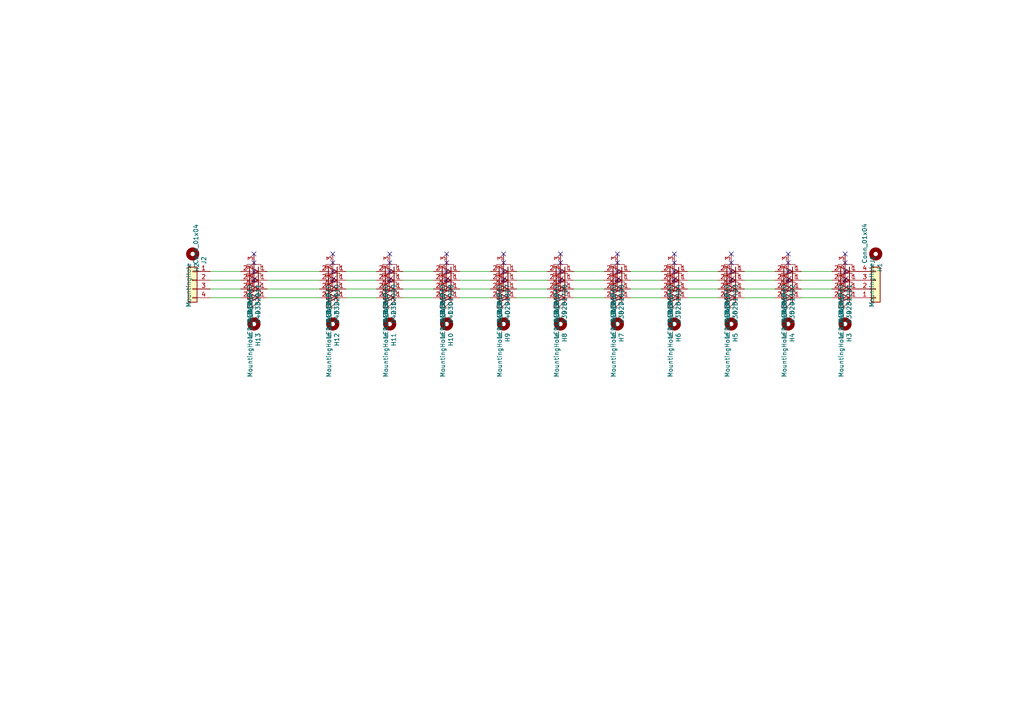
<source format=kicad_sch>
(kicad_sch (version 20210621) (generator eeschema)
  (paper "A4")
  (lib_symbols
    (symbol "Connector_Generic:Conn_01x04" (pin_names (offset 1.016) hide)
      (property "Reference" "J" (at 0 5.08 0))
      (property "Value" "Conn_01x04" (at 0 -7.62 0))
      (symbol "Conn_01x04_1_1"
        (rectangle (start -1.27 -4.953) (end 0 -5.207) (stroke (width 0.1524)))
        (rectangle (start -1.27 -2.413) (end 0 -2.667) (stroke (width 0.1524)))
        (rectangle (start -1.27 0.127) (end 0 -0.127) (stroke (width 0.1524)))
        (rectangle (start -1.27 2.667) (end 0 2.413) (stroke (width 0.1524)))
        (rectangle (start -1.27 3.81) (end 1.27 -6.35) (stroke (width 0.254)) (fill (type background)))
        (pin passive line (at -5.08 2.54 0) (length 3.81) (name "Pin_1") (number "1"))
        (pin passive line (at -5.08 0 0) (length 3.81) (name "Pin_2") (number "2"))
        (pin passive line (at -5.08 -2.54 0) (length 3.81) (name "Pin_3") (number "3"))
        (pin passive line (at -5.08 -5.08 0) (length 3.81) (name "Pin_4") (number "4"))
      )
    )
    (symbol "Mechanical:MountingHole" (pin_names (offset 1.016))
      (property "Reference" "H" (at 0 5.08 0))
      (property "Value" "MountingHole" (at 0 3.175 0))
      (symbol "MountingHole_0_1"
        (circle (center 0 0) (radius 1.27) (stroke (width 1.27)))
      )
    )
    (symbol "led_mockup-rescue:LED_PAD-Device" (pin_names (offset 1.016) hide)
      (property "Reference" "D" (at 0 5.715 0))
      (property "Value" "LED_PAD-Device" (at 0 3.81 0))
      (symbol "LED_PAD-Device_0_1"
        (polyline (pts (xy -1.27 -1.27) (xy -1.27 1.27)) (stroke (width 0.254)))
        (polyline (pts (xy -1.27 0) (xy 1.27 0)))
        (polyline (pts (xy 0 -2.54) (xy 0 -2.032)))
        (polyline (pts (xy -2.032 -0.508) (xy -2.032 -2.032) (xy 2.032 -2.032) (xy 2.032 -0.508)))
        (polyline (pts (xy 1.27 -1.27) (xy 1.27 1.27) (xy -1.27 0) (xy 1.27 -1.27)) (stroke (width 0.254)))
        (polyline (pts (xy -0.889 1.397) (xy 0.635 2.921) (xy -0.127 2.921) (xy 0.635 2.921) (xy 0.635 2.159)))
        (polyline (pts (xy 0.381 1.397) (xy 1.905 2.921) (xy 1.143 2.921) (xy 1.905 2.921) (xy 1.905 2.159)))
      )
      (symbol "LED_PAD-Device_1_1"
        (pin passive line (at -3.81 0 0) (length 2.54) (name "K") (number "1"))
        (pin passive line (at 3.81 0 180) (length 2.54) (name "A") (number "2"))
        (pin passive line (at 0 -5.08 90) (length 2.54) (name "PAD") (number "3"))
      )
    )
  )
  (no_connect (at 73.66 73.66))
  (no_connect (at 73.66 76.2))
  (no_connect (at 73.66 78.74))
  (no_connect (at 73.66 81.28))
  (no_connect (at 96.52 73.66))
  (no_connect (at 96.52 76.2))
  (no_connect (at 96.52 78.74))
  (no_connect (at 96.52 81.28))
  (no_connect (at 113.03 73.66))
  (no_connect (at 113.03 76.2))
  (no_connect (at 113.03 78.74))
  (no_connect (at 113.03 81.28))
  (no_connect (at 129.54 73.66))
  (no_connect (at 129.54 76.2))
  (no_connect (at 129.54 78.74))
  (no_connect (at 129.54 81.28))
  (no_connect (at 146.05 73.66))
  (no_connect (at 146.05 76.2))
  (no_connect (at 146.05 78.74))
  (no_connect (at 146.05 81.28))
  (no_connect (at 162.56 73.66))
  (no_connect (at 162.56 76.2))
  (no_connect (at 162.56 78.74))
  (no_connect (at 162.56 81.28))
  (no_connect (at 179.07 73.66))
  (no_connect (at 179.07 76.2))
  (no_connect (at 179.07 78.74))
  (no_connect (at 179.07 81.28))
  (no_connect (at 195.58 73.66))
  (no_connect (at 195.58 76.2))
  (no_connect (at 195.58 78.74))
  (no_connect (at 195.58 81.28))
  (no_connect (at 212.09 73.66))
  (no_connect (at 212.09 76.2))
  (no_connect (at 212.09 78.74))
  (no_connect (at 212.09 81.28))
  (no_connect (at 228.6 73.66))
  (no_connect (at 228.6 76.2))
  (no_connect (at 228.6 78.74))
  (no_connect (at 228.6 81.28))
  (no_connect (at 245.11 73.66))
  (no_connect (at 245.11 76.2))
  (no_connect (at 245.11 78.74))
  (no_connect (at 245.11 81.28))
  (wire (pts (xy 69.85 78.74) (xy 60.96 78.74)))
  (wire (pts (xy 69.85 81.28) (xy 60.96 81.28)))
  (wire (pts (xy 69.85 83.82) (xy 60.96 83.82)))
  (wire (pts (xy 69.85 86.36) (xy 60.96 86.36)))
  (wire (pts (xy 92.71 78.74) (xy 77.47 78.74)))
  (wire (pts (xy 92.71 81.28) (xy 77.47 81.28)))
  (wire (pts (xy 92.71 83.82) (xy 77.47 83.82)))
  (wire (pts (xy 92.71 86.36) (xy 77.47 86.36)))
  (wire (pts (xy 109.22 78.74) (xy 100.33 78.74)))
  (wire (pts (xy 109.22 81.28) (xy 100.33 81.28)))
  (wire (pts (xy 109.22 83.82) (xy 100.33 83.82)))
  (wire (pts (xy 109.22 86.36) (xy 100.33 86.36)))
  (wire (pts (xy 125.73 78.74) (xy 116.84 78.74)))
  (wire (pts (xy 125.73 81.28) (xy 116.84 81.28)))
  (wire (pts (xy 125.73 83.82) (xy 116.84 83.82)))
  (wire (pts (xy 125.73 86.36) (xy 116.84 86.36)))
  (wire (pts (xy 142.24 78.74) (xy 133.35 78.74)))
  (wire (pts (xy 142.24 81.28) (xy 133.35 81.28)))
  (wire (pts (xy 142.24 83.82) (xy 133.35 83.82)))
  (wire (pts (xy 142.24 86.36) (xy 133.35 86.36)))
  (wire (pts (xy 158.75 78.74) (xy 149.86 78.74)))
  (wire (pts (xy 158.75 81.28) (xy 149.86 81.28)))
  (wire (pts (xy 158.75 83.82) (xy 149.86 83.82)))
  (wire (pts (xy 158.75 86.36) (xy 149.86 86.36)))
  (wire (pts (xy 175.26 78.74) (xy 166.37 78.74)))
  (wire (pts (xy 175.26 81.28) (xy 166.37 81.28)))
  (wire (pts (xy 175.26 83.82) (xy 166.37 83.82)))
  (wire (pts (xy 175.26 86.36) (xy 166.37 86.36)))
  (wire (pts (xy 191.77 78.74) (xy 182.88 78.74)))
  (wire (pts (xy 191.77 81.28) (xy 182.88 81.28)))
  (wire (pts (xy 191.77 83.82) (xy 182.88 83.82)))
  (wire (pts (xy 191.77 86.36) (xy 182.88 86.36)))
  (wire (pts (xy 208.28 78.74) (xy 199.39 78.74)))
  (wire (pts (xy 208.28 81.28) (xy 199.39 81.28)))
  (wire (pts (xy 208.28 83.82) (xy 199.39 83.82)))
  (wire (pts (xy 208.28 86.36) (xy 199.39 86.36)))
  (wire (pts (xy 224.79 78.74) (xy 215.9 78.74)))
  (wire (pts (xy 224.79 81.28) (xy 215.9 81.28)))
  (wire (pts (xy 224.79 83.82) (xy 215.9 83.82)))
  (wire (pts (xy 224.79 86.36) (xy 215.9 86.36)))
  (wire (pts (xy 241.3 78.74) (xy 232.41 78.74)))
  (wire (pts (xy 241.3 81.28) (xy 232.41 81.28)))
  (wire (pts (xy 241.3 83.82) (xy 232.41 83.82)))
  (wire (pts (xy 241.3 86.36) (xy 232.41 86.36)))
  (symbol (lib_id "Mechanical:MountingHole") (at 55.88 73.66 270) (unit 1)
    (property "Reference" "H2" (at 57.0484 76.2 0) (effects (justify left)))
    (property "Value" "MountingHole" (at 54.737 76.2 0) (effects (justify left)))
    (property "Footprint" "MountingHole:MountingHole_3mm" (effects hide))
  )
  (symbol (lib_id "Mechanical:MountingHole") (at 73.66 93.98 270) (unit 1)
    (property "Reference" "H13" (at 74.8284 96.52 0) (effects (justify left)))
    (property "Value" "MountingHole" (at 72.517 96.52 0) (effects (justify left)))
    (property "Footprint" "MountingHole:MountingHole_2.1mm" (effects hide))
  )
  (symbol (lib_id "Mechanical:MountingHole") (at 96.52 93.98 270) (unit 1)
    (property "Reference" "H12" (at 97.6884 96.52 0) (effects (justify left)))
    (property "Value" "MountingHole" (at 95.377 96.52 0) (effects (justify left)))
    (property "Footprint" "MountingHole:MountingHole_2.1mm" (effects hide))
  )
  (symbol (lib_id "Mechanical:MountingHole") (at 113.03 93.98 270) (unit 1)
    (property "Reference" "H11" (at 114.1984 96.52 0) (effects (justify left)))
    (property "Value" "MountingHole" (at 111.887 96.52 0) (effects (justify left)))
    (property "Footprint" "MountingHole:MountingHole_2.1mm" (effects hide))
  )
  (symbol (lib_id "Mechanical:MountingHole") (at 129.54 93.98 270) (unit 1)
    (property "Reference" "H10" (at 130.7084 96.52 0) (effects (justify left)))
    (property "Value" "MountingHole" (at 128.397 96.52 0) (effects (justify left)))
    (property "Footprint" "MountingHole:MountingHole_2.1mm" (effects hide))
  )
  (symbol (lib_id "Mechanical:MountingHole") (at 146.05 93.98 270) (unit 1)
    (property "Reference" "H9" (at 147.2184 96.52 0) (effects (justify left)))
    (property "Value" "MountingHole" (at 144.907 96.52 0) (effects (justify left)))
    (property "Footprint" "MountingHole:MountingHole_2.1mm" (effects hide))
  )
  (symbol (lib_id "Mechanical:MountingHole") (at 162.56 93.98 270) (unit 1)
    (property "Reference" "H8" (at 163.7284 96.52 0) (effects (justify left)))
    (property "Value" "MountingHole" (at 161.417 96.52 0) (effects (justify left)))
    (property "Footprint" "MountingHole:MountingHole_2.1mm" (effects hide))
  )
  (symbol (lib_id "Mechanical:MountingHole") (at 179.07 93.98 270) (unit 1)
    (property "Reference" "H7" (at 180.2384 96.52 0) (effects (justify left)))
    (property "Value" "MountingHole" (at 177.927 96.52 0) (effects (justify left)))
    (property "Footprint" "MountingHole:MountingHole_2.1mm" (effects hide))
  )
  (symbol (lib_id "Mechanical:MountingHole") (at 195.58 93.98 270) (unit 1)
    (property "Reference" "H6" (at 196.7484 96.52 0) (effects (justify left)))
    (property "Value" "MountingHole" (at 194.437 96.52 0) (effects (justify left)))
    (property "Footprint" "MountingHole:MountingHole_2.1mm" (effects hide))
  )
  (symbol (lib_id "Mechanical:MountingHole") (at 212.09 93.98 270) (unit 1)
    (property "Reference" "H5" (at 213.2584 96.52 0) (effects (justify left)))
    (property "Value" "MountingHole" (at 210.947 96.52 0) (effects (justify left)))
    (property "Footprint" "MountingHole:MountingHole_2.1mm" (effects hide))
  )
  (symbol (lib_id "Mechanical:MountingHole") (at 228.6 93.98 270) (unit 1)
    (property "Reference" "H4" (at 229.7684 96.52 0) (effects (justify left)))
    (property "Value" "MountingHole" (at 227.457 96.52 0) (effects (justify left)))
    (property "Footprint" "MountingHole:MountingHole_2.1mm" (effects hide))
  )
  (symbol (lib_id "Mechanical:MountingHole") (at 245.11 93.98 270) (unit 1)
    (property "Reference" "H3" (at 246.2784 96.52 0) (effects (justify left)))
    (property "Value" "MountingHole" (at 243.967 96.52 0) (effects (justify left)))
    (property "Footprint" "MountingHole:MountingHole_2.1mm" (effects hide))
  )
  (symbol (lib_id "Mechanical:MountingHole") (at 254 73.66 270) (unit 1)
    (property "Reference" "H1" (at 255.1684 76.2 0) (effects (justify left)))
    (property "Value" "MountingHole" (at 252.857 76.2 0) (effects (justify left)))
    (property "Footprint" "MountingHole:MountingHole_3mm" (effects hide))
  )
  (symbol (lib_id "led_mockup-rescue:LED_PAD-Device") (at 73.66 78.74 180) (unit 1)
    (property "Reference" "D11" (at 74.8284 82.3722 90) (effects (justify left)))
    (property "Value" "LED_PAD" (at 72.517 82.3722 90) (effects (justify left)))
    (property "Footprint" "LED_SMD:LED_1210_3225Metric" (effects hide))
  )
  (symbol (lib_id "led_mockup-rescue:LED_PAD-Device") (at 73.66 81.28 180) (unit 1)
    (property "Reference" "D22" (at 74.8284 84.9122 90) (effects (justify left)))
    (property "Value" "LED_PAD" (at 72.517 84.9122 90) (effects (justify left)))
    (property "Footprint" "LED_SMD:LED_1210_3225Metric" (effects hide))
  )
  (symbol (lib_id "led_mockup-rescue:LED_PAD-Device") (at 73.66 83.82 180) (unit 1)
    (property "Reference" "D33" (at 74.8284 87.4522 90) (effects (justify left)))
    (property "Value" "LED_PAD" (at 72.517 87.4522 90) (effects (justify left)))
    (property "Footprint" "LED_SMD:LED_1210_3225Metric" (effects hide))
  )
  (symbol (lib_id "led_mockup-rescue:LED_PAD-Device") (at 73.66 86.36 180) (unit 1)
    (property "Reference" "D44" (at 74.8284 89.9922 90) (effects (justify left)))
    (property "Value" "LED_PAD" (at 72.517 89.9922 90) (effects (justify left)))
    (property "Footprint" "LED_SMD:LED_1210_3225Metric" (effects hide))
  )
  (symbol (lib_id "led_mockup-rescue:LED_PAD-Device") (at 96.52 78.74 180) (unit 1)
    (property "Reference" "D10" (at 97.6884 82.3722 90) (effects (justify left)))
    (property "Value" "LED_PAD" (at 95.377 82.3722 90) (effects (justify left)))
    (property "Footprint" "LED_SMD:LED_1210_3225Metric" (effects hide))
  )
  (symbol (lib_id "led_mockup-rescue:LED_PAD-Device") (at 96.52 81.28 180) (unit 1)
    (property "Reference" "D21" (at 97.6884 84.9122 90) (effects (justify left)))
    (property "Value" "LED_PAD" (at 95.377 84.9122 90) (effects (justify left)))
    (property "Footprint" "LED_SMD:LED_1210_3225Metric" (effects hide))
  )
  (symbol (lib_id "led_mockup-rescue:LED_PAD-Device") (at 96.52 83.82 180) (unit 1)
    (property "Reference" "D32" (at 97.6884 87.4522 90) (effects (justify left)))
    (property "Value" "LED_PAD" (at 95.377 87.4522 90) (effects (justify left)))
    (property "Footprint" "LED_SMD:LED_1210_3225Metric" (effects hide))
  )
  (symbol (lib_id "led_mockup-rescue:LED_PAD-Device") (at 96.52 86.36 180) (unit 1)
    (property "Reference" "D43" (at 97.6884 89.9922 90) (effects (justify left)))
    (property "Value" "LED_PAD" (at 95.377 89.9922 90) (effects (justify left)))
    (property "Footprint" "LED_SMD:LED_1210_3225Metric" (effects hide))
  )
  (symbol (lib_id "led_mockup-rescue:LED_PAD-Device") (at 113.03 78.74 180) (unit 1)
    (property "Reference" "D9" (at 114.1984 82.3722 90) (effects (justify left)))
    (property "Value" "LED_PAD" (at 111.887 82.3722 90) (effects (justify left)))
    (property "Footprint" "LED_SMD:LED_1210_3225Metric" (effects hide))
  )
  (symbol (lib_id "led_mockup-rescue:LED_PAD-Device") (at 113.03 81.28 180) (unit 1)
    (property "Reference" "D20" (at 114.1984 84.9122 90) (effects (justify left)))
    (property "Value" "LED_PAD" (at 111.887 84.9122 90) (effects (justify left)))
    (property "Footprint" "LED_SMD:LED_1210_3225Metric" (effects hide))
  )
  (symbol (lib_id "led_mockup-rescue:LED_PAD-Device") (at 113.03 83.82 180) (unit 1)
    (property "Reference" "D31" (at 114.1984 87.4522 90) (effects (justify left)))
    (property "Value" "LED_PAD" (at 111.887 87.4522 90) (effects (justify left)))
    (property "Footprint" "LED_SMD:LED_1210_3225Metric" (effects hide))
  )
  (symbol (lib_id "led_mockup-rescue:LED_PAD-Device") (at 113.03 86.36 180) (unit 1)
    (property "Reference" "D42" (at 114.1984 89.9922 90) (effects (justify left)))
    (property "Value" "LED_PAD" (at 111.887 89.9922 90) (effects (justify left)))
    (property "Footprint" "LED_SMD:LED_1210_3225Metric" (effects hide))
  )
  (symbol (lib_id "led_mockup-rescue:LED_PAD-Device") (at 129.54 78.74 180) (unit 1)
    (property "Reference" "D8" (at 130.7084 82.3722 90) (effects (justify left)))
    (property "Value" "LED_PAD" (at 128.397 82.3722 90) (effects (justify left)))
    (property "Footprint" "LED_SMD:LED_1210_3225Metric" (effects hide))
  )
  (symbol (lib_id "led_mockup-rescue:LED_PAD-Device") (at 129.54 81.28 180) (unit 1)
    (property "Reference" "D19" (at 130.7084 84.9122 90) (effects (justify left)))
    (property "Value" "LED_PAD" (at 128.397 84.9122 90) (effects (justify left)))
    (property "Footprint" "LED_SMD:LED_1210_3225Metric" (effects hide))
  )
  (symbol (lib_id "led_mockup-rescue:LED_PAD-Device") (at 129.54 83.82 180) (unit 1)
    (property "Reference" "D30" (at 130.7084 87.4522 90) (effects (justify left)))
    (property "Value" "LED_PAD" (at 128.397 87.4522 90) (effects (justify left)))
    (property "Footprint" "LED_SMD:LED_1210_3225Metric" (effects hide))
  )
  (symbol (lib_id "led_mockup-rescue:LED_PAD-Device") (at 129.54 86.36 180) (unit 1)
    (property "Reference" "D41" (at 130.7084 89.9922 90) (effects (justify left)))
    (property "Value" "LED_PAD" (at 128.397 89.9922 90) (effects (justify left)))
    (property "Footprint" "LED_SMD:LED_1210_3225Metric" (effects hide))
  )
  (symbol (lib_id "led_mockup-rescue:LED_PAD-Device") (at 146.05 78.74 180) (unit 1)
    (property "Reference" "D7" (at 147.2184 82.3722 90) (effects (justify left)))
    (property "Value" "LED_PAD" (at 144.907 82.3722 90) (effects (justify left)))
    (property "Footprint" "LED_SMD:LED_1210_3225Metric" (effects hide))
  )
  (symbol (lib_id "led_mockup-rescue:LED_PAD-Device") (at 146.05 81.28 180) (unit 1)
    (property "Reference" "D18" (at 147.2184 84.9122 90) (effects (justify left)))
    (property "Value" "LED_PAD" (at 144.907 84.9122 90) (effects (justify left)))
    (property "Footprint" "LED_SMD:LED_1210_3225Metric" (effects hide))
  )
  (symbol (lib_id "led_mockup-rescue:LED_PAD-Device") (at 146.05 83.82 180) (unit 1)
    (property "Reference" "D29" (at 147.2184 87.4522 90) (effects (justify left)))
    (property "Value" "LED_PAD" (at 144.907 87.4522 90) (effects (justify left)))
    (property "Footprint" "LED_SMD:LED_1210_3225Metric" (effects hide))
  )
  (symbol (lib_id "led_mockup-rescue:LED_PAD-Device") (at 146.05 86.36 180) (unit 1)
    (property "Reference" "D40" (at 147.2184 89.9922 90) (effects (justify left)))
    (property "Value" "LED_PAD" (at 144.907 89.9922 90) (effects (justify left)))
    (property "Footprint" "LED_SMD:LED_1210_3225Metric" (effects hide))
  )
  (symbol (lib_id "led_mockup-rescue:LED_PAD-Device") (at 162.56 78.74 180) (unit 1)
    (property "Reference" "D6" (at 163.7284 82.3722 90) (effects (justify left)))
    (property "Value" "LED_PAD" (at 161.417 82.3722 90) (effects (justify left)))
    (property "Footprint" "LED_SMD:LED_1210_3225Metric" (effects hide))
  )
  (symbol (lib_id "led_mockup-rescue:LED_PAD-Device") (at 162.56 81.28 180) (unit 1)
    (property "Reference" "D17" (at 163.7284 84.9122 90) (effects (justify left)))
    (property "Value" "LED_PAD" (at 161.417 84.9122 90) (effects (justify left)))
    (property "Footprint" "LED_SMD:LED_1210_3225Metric" (effects hide))
  )
  (symbol (lib_id "led_mockup-rescue:LED_PAD-Device") (at 162.56 83.82 180) (unit 1)
    (property "Reference" "D28" (at 163.7284 87.4522 90) (effects (justify left)))
    (property "Value" "LED_PAD" (at 161.417 87.4522 90) (effects (justify left)))
    (property "Footprint" "LED_SMD:LED_1210_3225Metric" (effects hide))
  )
  (symbol (lib_id "led_mockup-rescue:LED_PAD-Device") (at 162.56 86.36 180) (unit 1)
    (property "Reference" "D39" (at 163.7284 89.9922 90) (effects (justify left)))
    (property "Value" "LED_PAD" (at 161.417 89.9922 90) (effects (justify left)))
    (property "Footprint" "LED_SMD:LED_1210_3225Metric" (effects hide))
  )
  (symbol (lib_id "led_mockup-rescue:LED_PAD-Device") (at 179.07 78.74 180) (unit 1)
    (property "Reference" "D5" (at 180.2384 82.3722 90) (effects (justify left)))
    (property "Value" "LED_PAD" (at 177.927 82.3722 90) (effects (justify left)))
    (property "Footprint" "LED_SMD:LED_1210_3225Metric" (effects hide))
  )
  (symbol (lib_id "led_mockup-rescue:LED_PAD-Device") (at 179.07 81.28 180) (unit 1)
    (property "Reference" "D16" (at 180.2384 84.9122 90) (effects (justify left)))
    (property "Value" "LED_PAD" (at 177.927 84.9122 90) (effects (justify left)))
    (property "Footprint" "LED_SMD:LED_1210_3225Metric" (effects hide))
  )
  (symbol (lib_id "led_mockup-rescue:LED_PAD-Device") (at 179.07 83.82 180) (unit 1)
    (property "Reference" "D27" (at 180.2384 87.4522 90) (effects (justify left)))
    (property "Value" "LED_PAD" (at 177.927 87.4522 90) (effects (justify left)))
    (property "Footprint" "LED_SMD:LED_1210_3225Metric" (effects hide))
  )
  (symbol (lib_id "led_mockup-rescue:LED_PAD-Device") (at 179.07 86.36 180) (unit 1)
    (property "Reference" "D38" (at 180.2384 89.9922 90) (effects (justify left)))
    (property "Value" "LED_PAD" (at 177.927 89.9922 90) (effects (justify left)))
    (property "Footprint" "LED_SMD:LED_1210_3225Metric" (effects hide))
  )
  (symbol (lib_id "led_mockup-rescue:LED_PAD-Device") (at 195.58 78.74 180) (unit 1)
    (property "Reference" "D4" (at 196.7484 82.3722 90) (effects (justify left)))
    (property "Value" "LED_PAD" (at 194.437 82.3722 90) (effects (justify left)))
    (property "Footprint" "LED_SMD:LED_1210_3225Metric" (effects hide))
  )
  (symbol (lib_id "led_mockup-rescue:LED_PAD-Device") (at 195.58 81.28 180) (unit 1)
    (property "Reference" "D15" (at 196.7484 84.9122 90) (effects (justify left)))
    (property "Value" "LED_PAD" (at 194.437 84.9122 90) (effects (justify left)))
    (property "Footprint" "LED_SMD:LED_1210_3225Metric" (effects hide))
  )
  (symbol (lib_id "led_mockup-rescue:LED_PAD-Device") (at 195.58 83.82 180) (unit 1)
    (property "Reference" "D26" (at 196.7484 87.4522 90) (effects (justify left)))
    (property "Value" "LED_PAD" (at 194.437 87.4522 90) (effects (justify left)))
    (property "Footprint" "LED_SMD:LED_1210_3225Metric" (effects hide))
  )
  (symbol (lib_id "led_mockup-rescue:LED_PAD-Device") (at 195.58 86.36 180) (unit 1)
    (property "Reference" "D37" (at 196.7484 89.9922 90) (effects (justify left)))
    (property "Value" "LED_PAD" (at 194.437 89.9922 90) (effects (justify left)))
    (property "Footprint" "LED_SMD:LED_1210_3225Metric" (effects hide))
  )
  (symbol (lib_id "led_mockup-rescue:LED_PAD-Device") (at 212.09 78.74 180) (unit 1)
    (property "Reference" "D3" (at 213.2584 82.3722 90) (effects (justify left)))
    (property "Value" "LED_PAD" (at 210.947 82.3722 90) (effects (justify left)))
    (property "Footprint" "LED_SMD:LED_1210_3225Metric" (effects hide))
  )
  (symbol (lib_id "led_mockup-rescue:LED_PAD-Device") (at 212.09 81.28 180) (unit 1)
    (property "Reference" "D14" (at 213.2584 84.9122 90) (effects (justify left)))
    (property "Value" "LED_PAD" (at 210.947 84.9122 90) (effects (justify left)))
    (property "Footprint" "LED_SMD:LED_1210_3225Metric" (effects hide))
  )
  (symbol (lib_id "led_mockup-rescue:LED_PAD-Device") (at 212.09 83.82 180) (unit 1)
    (property "Reference" "D25" (at 213.2584 87.4522 90) (effects (justify left)))
    (property "Value" "LED_PAD" (at 210.947 87.4522 90) (effects (justify left)))
    (property "Footprint" "LED_SMD:LED_1210_3225Metric" (effects hide))
  )
  (symbol (lib_id "led_mockup-rescue:LED_PAD-Device") (at 212.09 86.36 180) (unit 1)
    (property "Reference" "D36" (at 213.2584 89.9922 90) (effects (justify left)))
    (property "Value" "LED_PAD" (at 210.947 89.9922 90) (effects (justify left)))
    (property "Footprint" "LED_SMD:LED_1210_3225Metric" (effects hide))
  )
  (symbol (lib_id "led_mockup-rescue:LED_PAD-Device") (at 228.6 78.74 180) (unit 1)
    (property "Reference" "D2" (at 229.7684 82.3722 90) (effects (justify left)))
    (property "Value" "LED_PAD" (at 227.457 82.3722 90) (effects (justify left)))
    (property "Footprint" "LED_SMD:LED_1210_3225Metric" (effects hide))
  )
  (symbol (lib_id "led_mockup-rescue:LED_PAD-Device") (at 228.6 81.28 180) (unit 1)
    (property "Reference" "D13" (at 229.7684 84.9122 90) (effects (justify left)))
    (property "Value" "LED_PAD" (at 227.457 84.9122 90) (effects (justify left)))
    (property "Footprint" "LED_SMD:LED_1210_3225Metric" (effects hide))
  )
  (symbol (lib_id "led_mockup-rescue:LED_PAD-Device") (at 228.6 83.82 180) (unit 1)
    (property "Reference" "D24" (at 229.7684 87.4522 90) (effects (justify left)))
    (property "Value" "LED_PAD" (at 227.457 87.4522 90) (effects (justify left)))
    (property "Footprint" "LED_SMD:LED_1210_3225Metric" (effects hide))
  )
  (symbol (lib_id "led_mockup-rescue:LED_PAD-Device") (at 228.6 86.36 180) (unit 1)
    (property "Reference" "D35" (at 229.7684 89.9922 90) (effects (justify left)))
    (property "Value" "LED_PAD" (at 227.457 89.9922 90) (effects (justify left)))
    (property "Footprint" "LED_SMD:LED_1210_3225Metric" (effects hide))
  )
  (symbol (lib_id "led_mockup-rescue:LED_PAD-Device") (at 245.11 78.74 180) (unit 1)
    (property "Reference" "D1" (at 246.2784 82.3722 90) (effects (justify left)))
    (property "Value" "LED_PAD" (at 243.967 82.3722 90) (effects (justify left)))
    (property "Footprint" "LED_SMD:LED_1210_3225Metric" (effects hide))
  )
  (symbol (lib_id "led_mockup-rescue:LED_PAD-Device") (at 245.11 81.28 180) (unit 1)
    (property "Reference" "D12" (at 246.2784 84.9122 90) (effects (justify left)))
    (property "Value" "LED_PAD" (at 243.967 84.9122 90) (effects (justify left)))
    (property "Footprint" "LED_SMD:LED_1210_3225Metric" (effects hide))
  )
  (symbol (lib_id "led_mockup-rescue:LED_PAD-Device") (at 245.11 83.82 180) (unit 1)
    (property "Reference" "D23" (at 246.2784 87.4522 90) (effects (justify left)))
    (property "Value" "LED_PAD" (at 243.967 87.4522 90) (effects (justify left)))
    (property "Footprint" "LED_SMD:LED_1210_3225Metric" (effects hide))
  )
  (symbol (lib_id "led_mockup-rescue:LED_PAD-Device") (at 245.11 86.36 180) (unit 1)
    (property "Reference" "D34" (at 246.2784 89.9922 90) (effects (justify left)))
    (property "Value" "LED_PAD" (at 243.967 89.9922 90) (effects (justify left)))
    (property "Footprint" "LED_SMD:LED_1210_3225Metric" (effects hide))
  )
  (symbol (lib_id "Connector_Generic:Conn_01x04") (at 55.88 81.28 0) (mirror y) (unit 1)
    (property "Reference" "J2" (at 59.1312 76.708 90) (effects (justify left)))
    (property "Value" "Conn_01x04" (at 56.8198 76.708 90) (effects (justify left)))
    (property "Footprint" "Connector_PinSocket_2.00mm:PinSocket_1x04_P2.00mm_Horizontal" (effects hide))
  )
  (symbol (lib_id "Connector_Generic:Conn_01x04") (at 254 83.82 0) (mirror x) (unit 1)
    (property "Reference" "J1" (at 253.0856 76.5048 90) (effects (justify right)))
    (property "Value" "Conn_01x04" (at 250.7742 76.5048 90) (effects (justify right)))
    (property "Footprint" "Connector_PinSocket_2.00mm:PinSocket_1x04_P2.00mm_Horizontal" (effects hide))
  )
)
</source>
